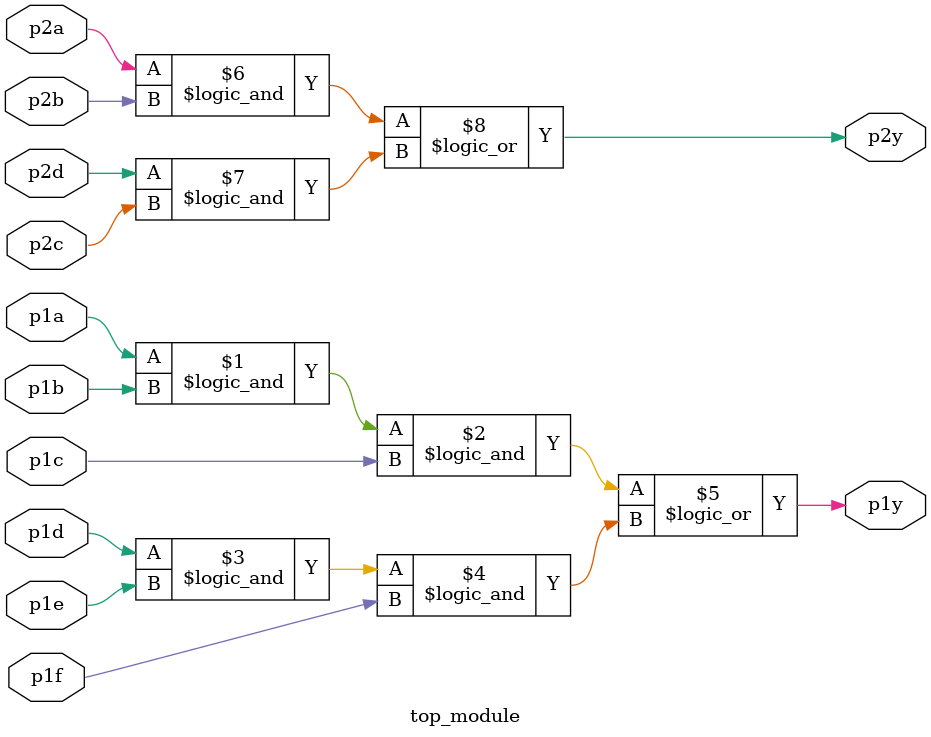
<source format=v>
module top_module ( 
    input p1a, p1b, p1c, p1d, p1e, p1f,
    output p1y,
    input p2a, p2b, p2c, p2d,
    output p2y );
    assign p1y=((p1a&&p1b&&p1c)||(p1d&&p1e&&p1f));
    assign p2y=((p2a&&p2b)||(p2d&&p2c));
    


endmodule

</source>
